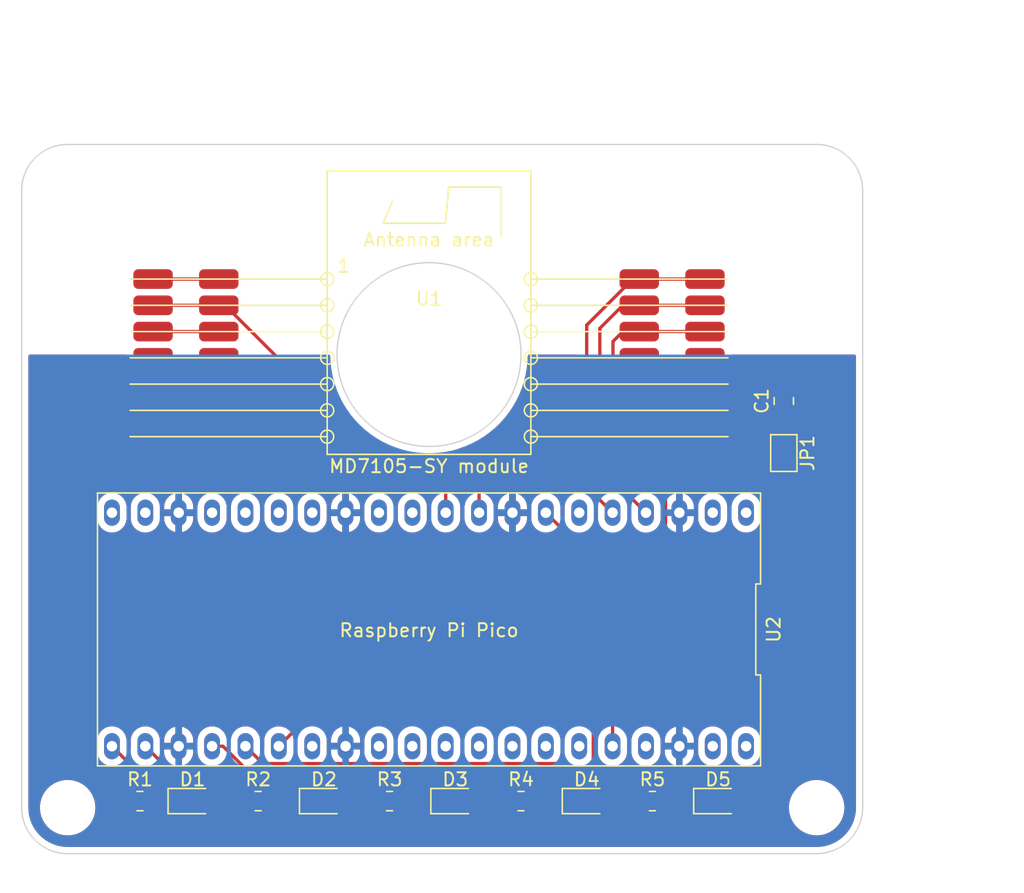
<source format=kicad_pcb>
(kicad_pcb (version 20211014) (generator pcbnew)
  (layers (0 "F.Cu" signal) (31 "B.Cu" signal) (34 "B.Paste" user) (35 "F.Paste" user) (36 "B.SilkS" user "B.Silkscreen") (37 "F.SilkS" user "F.Silkscreen") (38 "B.Mask" user) (39 "F.Mask" user) (44 "Edge.Cuts" user))
  (net 0 "")
  (net 1 "Net-(D1-Pad1)")
  (net 2 "/LED0")
  (net 3 "Net-(D2-Pad1)")
  (net 4 "/LED1")
  (net 5 "Net-(D3-Pad1)")
  (net 6 "/LED2")
  (net 7 "Net-(D4-Pad1)")
  (net 8 "/LED3")
  (net 9 "Net-(D5-Pad1)")
  (net 10 "/LED4")
  (net 11 "GND")
  (net 12 "unconnected-(U1-Pad1)")
  (net 13 "/GIO1")
  (net 14 "unconnected-(U1-Pad3)")
  (net 15 "/GIO2")
  (net 16 "unconnected-(U1-Pad5)")
  (net 17 "unconnected-(U1-Pad6)")
  (net 18 "unconnected-(U1-Pad8)")
  (net 19 "+3V3")
  (net 20 "unconnected-(U1-Pad11)")
  (net 21 "/SCS")
  (net 22 "/SCK")
  (net 23 "/SDIO")
  (net 46 "Net-(U1-Pad9)")
  (footprint "LED_SMD:LED_0805_2012Metric_Pad1.15x1.40mm_HandSolder" (layer "F.Cu") (at 195 99)
    (fp_text reference "D4" (at 0 -1.65) (layer "F.SilkS"))
    (fp_text value "LED")
    (fp_line (start -1.86 -0.96) (end -1.86 0.96) (layer "F.SilkS") (width 0.12))
    (fp_line (start -1.86 0.96) (end 1 0.96) (layer "F.SilkS") (width 0.12))
    (fp_line (start 1 -0.96) (end -1.86 -0.96) (layer "F.SilkS") (width 0.12))
    (pad "1" smd roundrect locked (at -1.025 0) (size 1.15 1.4) (layers "F.Cu" "F.Paste" "F.Mask") (roundrect_rratio 0.217391) (net 7 "Net-(D4-Pad1)"))
    (pad "2" smd roundrect locked (at 1.025 0) (size 1.15 1.4) (layers "F.Cu" "F.Paste" "F.Mask") (roundrect_rratio 0.217391) (net 8 "/LED3"))
  )
  (footprint "MountingHole:MountingHole_3.2mm_M3" (layer "F.Cu") (at 212.5 52.5)
    (fp_text reference "H3" hide)
    (fp_text value "MountingHole")
    (pad "" np_thru_hole circle locked (at 0 0) (size 3.2 3.2) (drill 3.2) (layers *.Cu *.Mask))
  )
  (footprint "Resistor_SMD:R_0805_2012Metric_Pad1.20x1.40mm_HandSolder" (layer "F.Cu") (at 161 99 180)
    (fp_text reference "R1" (at 0 1.65) (layer "F.SilkS"))
    (fp_text value "R")
    (fp_line (start -0.227064 0.735) (end 0.227064 0.735) (layer "F.SilkS") (width 0.12))
    (fp_line (start -0.227064 -0.735) (end 0.227064 -0.735) (layer "F.SilkS") (width 0.12))
    (pad "1" smd roundrect locked (at -1 0 180) (size 1.2 1.4) (layers "F.Cu" "F.Paste" "F.Mask") (roundrect_rratio 0.208333) (net 1 "Net-(D1-Pad1)"))
    (pad "2" smd roundrect locked (at 1 0 180) (size 1.2 1.4) (layers "F.Cu" "F.Paste" "F.Mask") (roundrect_rratio 0.208333) (net 11 "GND"))
  )
  (footprint "LED_SMD:LED_0805_2012Metric_Pad1.15x1.40mm_HandSolder" (layer "F.Cu") (at 175 99)
    (fp_text reference "D2" (at 0 -1.65) (layer "F.SilkS"))
    (fp_text value "LED")
    (fp_line (start 1 -0.96) (end -1.86 -0.96) (layer "F.SilkS") (width 0.12))
    (fp_line (start -1.86 0.96) (end 1 0.96) (layer "F.SilkS") (width 0.12))
    (fp_line (start -1.86 -0.96) (end -1.86 0.96) (layer "F.SilkS") (width 0.12))
    (pad "1" smd roundrect locked (at -1.025 0) (size 1.15 1.4) (layers "F.Cu" "F.Paste" "F.Mask") (roundrect_rratio 0.217391) (net 3 "Net-(D2-Pad1)"))
    (pad "2" smd roundrect locked (at 1.025 0) (size 1.15 1.4) (layers "F.Cu" "F.Paste" "F.Mask") (roundrect_rratio 0.217391) (net 4 "/LED1"))
  )
  (footprint "Jumper:SolderJumper-2_P1.3mm_Bridged_Pad1.0x1.5mm" (layer "F.Cu") (at 210 72.5 -90)
    (fp_text reference "JP1" (at 0 -1.8 90) (layer "F.SilkS"))
    (fp_text value "Jumper_2_Bridged")
    (fp_poly (pts (xy -0.25 -0.3) (xy 0.25 -0.3) (xy 0.25 0.3) (xy -0.25 0.3)) (layer "F.Cu") (width 0) (fill solid))
    (fp_line (start -1.4 -1) (end 1.4 -1) (layer "F.SilkS") (width 0.12))
    (fp_line (start -1.4 1) (end -1.4 -1) (layer "F.SilkS") (width 0.12))
    (fp_line (start 1.4 -1) (end 1.4 1) (layer "F.SilkS") (width 0.12))
    (fp_line (start 1.4 1) (end -1.4 1) (layer "F.SilkS") (width 0.12))
    (pad "1" smd rect locked (at -0.65 0 270) (size 1 1.5) (layers "F.Cu" "F.Mask") (net 46 "Net-(U1-Pad9)"))
    (pad "2" smd rect locked (at 0.65 0 270) (size 1 1.5) (layers "F.Cu" "F.Mask") (net 19 "+3V3"))
  )
  (footprint "LED_SMD:LED_0805_2012Metric_Pad1.15x1.40mm_HandSolder" (layer "F.Cu") (at 185 99)
    (fp_text reference "D3" (at 0 -1.65) (layer "F.SilkS"))
    (fp_text value "LED")
    (fp_line (start -1.86 0.96) (end 1 0.96) (layer "F.SilkS") (width 0.12))
    (fp_line (start -1.86 -0.96) (end -1.86 0.96) (layer "F.SilkS") (width 0.12))
    (fp_line (start 1 -0.96) (end -1.86 -0.96) (layer "F.SilkS") (width 0.12))
    (pad "1" smd roundrect locked (at -1.025 0) (size 1.15 1.4) (layers "F.Cu" "F.Paste" "F.Mask") (roundrect_rratio 0.217391) (net 5 "Net-(D3-Pad1)"))
    (pad "2" smd roundrect locked (at 1.025 0) (size 1.15 1.4) (layers "F.Cu" "F.Paste" "F.Mask") (roundrect_rratio 0.217391) (net 6 "/LED2"))
  )
  (footprint "Resistor_SMD:R_0805_2012Metric_Pad1.20x1.40mm_HandSolder" (layer "F.Cu") (at 200 99 180)
    (fp_text reference "R5" (at 0 1.65) (layer "F.SilkS"))
    (fp_text value "R")
    (fp_line (start -0.227064 0.735) (end 0.227064 0.735) (layer "F.SilkS") (width 0.12))
    (fp_line (start -0.227064 -0.735) (end 0.227064 -0.735) (layer "F.SilkS") (width 0.12))
    (pad "1" smd roundrect locked (at -1 0 180) (size 1.2 1.4) (layers "F.Cu" "F.Paste" "F.Mask") (roundrect_rratio 0.208333) (net 9 "Net-(D5-Pad1)"))
    (pad "2" smd roundrect locked (at 1 0 180) (size 1.2 1.4) (layers "F.Cu" "F.Paste" "F.Mask") (roundrect_rratio 0.208333) (net 11 "GND"))
  )
  (footprint "MountingHole:MountingHole_3.2mm_M3" (layer "F.Cu") (at 212.5 99.5)
    (fp_text reference "H4" hide)
    (fp_text value "MountingHole")
    (pad "" np_thru_hole circle locked (at 0 0) (size 3.2 3.2) (drill 3.2) (layers *.Cu *.Mask))
  )
  (footprint "MountingHole:MountingHole_3.2mm_M3" (layer "F.Cu") (at 155.5 52.5)
    (fp_text reference "H1" hide)
    (fp_text value "MountingHole")
    (pad "" np_thru_hole circle locked (at 0 0) (size 3.2 3.2) (drill 3.2) (layers *.Cu *.Mask))
  )
  (footprint "Capacitor_SMD:C_0805_2012Metric_Pad1.18x1.45mm_HandSolder" (layer "F.Cu") (at 210 68.5375 90)
    (fp_text reference "C1" (at 0 -1.68 90) (layer "F.SilkS"))
    (fp_text value "C")
    (fp_line (start -0.261252 0.735) (end 0.261252 0.735) (layer "F.SilkS") (width 0.12))
    (fp_line (start -0.261252 -0.735) (end 0.261252 -0.735) (layer "F.SilkS") (width 0.12))
    (pad "1" smd roundrect locked (at -1.0375 0 90) (size 1.175 1.45) (layers "F.Cu" "F.Paste" "F.Mask") (roundrect_rratio 0.212766) (net 46 "Net-(U1-Pad9)"))
    (pad "2" smd roundrect locked (at 1.0375 0 90) (size 1.175 1.45) (layers "F.Cu" "F.Paste" "F.Mask") (roundrect_rratio 0.212766) (net 11 "GND"))
  )
  (footprint "MountingHole:MountingHole_3.2mm_M3" (layer "F.Cu") (at 155.5 99.5)
    (fp_text reference "H2" hide)
    (fp_text value "MountingHole")
    (pad "" np_thru_hole circle locked (at 0 0) (size 3.2 3.2) (drill 3.2) (layers *.Cu *.Mask))
  )
  (footprint "Resistor_SMD:R_0805_2012Metric_Pad1.20x1.40mm_HandSolder" (layer "F.Cu") (at 180 99 180)
    (fp_text reference "R3" (at 0 1.65) (layer "F.SilkS"))
    (fp_text value "R")
    (fp_line (start -0.227064 0.735) (end 0.227064 0.735) (layer "F.SilkS") (width 0.12))
    (fp_line (start -0.227064 -0.735) (end 0.227064 -0.735) (layer "F.SilkS") (width 0.12))
    (pad "1" smd roundrect locked (at -1 0 180) (size 1.2 1.4) (layers "F.Cu" "F.Paste" "F.Mask") (roundrect_rratio 0.208333) (net 5 "Net-(D3-Pad1)"))
    (pad "2" smd roundrect locked (at 1 0 180) (size 1.2 1.4) (layers "F.Cu" "F.Paste" "F.Mask") (roundrect_rratio 0.208333) (net 11 "GND"))
  )
  (footprint "tester:MD7105-SY-TESTER" (layer "F.Cu") (at 183 62)
    (fp_text reference "U1" (at 0 -1.25 unlocked) (layer "F.SilkS"))
    (fp_text value "A7105-MODULE")
    (fp_text user "1" (at -6.5 -3.75 unlocked) (layer "F.SilkS"))
    (fp_text user "Antenna area" (at 0 -5.75 unlocked) (layer "F.SilkS"))
    (fp_line (start 5.5 -9.75) (end 1.5 -9.75) (layer "F.SilkS") (width 0.12))
    (fp_line (start 22.75 1.25) (end 7.75 1.25) (layer "F.SilkS") (width 0.12))
    (fp_line (start -7.75 9.25) (end -22.75 9.25) (layer "F.SilkS") (width 0.12))
    (fp_line (start 22.75 7.25) (end 7.75 7.25) (layer "F.SilkS") (width 0.12))
    (fp_line (start -7.75 1.25) (end -22.75 1.25) (layer "F.SilkS") (width 0.12))
    (fp_line (start 5.5 -6) (end 5.5 -9.75) (layer "F.SilkS") (width 0.12))
    (fp_line (start 22.75 -0.75) (end 7.75 -0.75) (layer "F.SilkS") (width 0.12))
    (fp_line (start -7.75 7.25) (end -22.75 7.25) (layer "F.SilkS") (width 0.12))
    (fp_line (start -7.75 3.25) (end -22.75 3.25) (layer "F.SilkS") (width 0.12))
    (fp_line (start -7.75 -0.75) (end -22.75 -0.75) (layer "F.SilkS") (width 0.12))
    (fp_line (start 22.75 -2.75) (end 7.75 -2.75) (layer "F.SilkS") (width 0.12))
    (fp_line (start 22.75 9.25) (end 7.75 9.25) (layer "F.SilkS") (width 0.12))
    (fp_line (start 1.5 -9.75) (end 1.25 -7) (layer "F.SilkS") (width 0.12))
    (fp_line (start 22.75 5.25) (end 7.75 5.25) (layer "F.SilkS") (width 0.12))
    (fp_line (start -7.75 5.25) (end -22.75 5.25) (layer "F.SilkS") (width 0.12))
    (fp_line (start -7.75 -2.75) (end -22.75 -2.75) (layer "F.SilkS") (width 0.12))
    (fp_line (start -3.5 -7) (end -2.75 -8.75) (layer "F.SilkS") (width 0.12))
    (fp_line (start 22.75 3.25) (end 7.75 3.25) (layer "F.SilkS") (width 0.12))
    (fp_line (start 1.25 -7) (end -3.5 -7) (layer "F.SilkS") (width 0.12))
    (fp_rect (start -7.75 10.6) (end 7.75 -11) (layer "F.SilkS") (width 0.12) (fill none))
    (fp_circle (center 7.75 -2.75) (end 7.75 -3.25) (layer "F.SilkS") (width 0.12) (fill none))
    (fp_circle (center -7.75 -2.75) (end -7.75 -3.25) (layer "F.SilkS") (width 0.12) (fill none))
    (fp_circle (center 7.75 1.25) (end 7.75 0.75) (layer "F.SilkS") (width 0.12) (fill none))
    (fp_circle (center -7.75 9.25) (end -7.75 8.75) (layer "F.SilkS") (width 0.12) (fill none))
    (fp_circle (center -7.75 1.25) (end -7.75 0.75) (layer "F.SilkS") (width 0.12) (fill none))
    (fp_circle (center -7.75 7.25) (end -7.75 6.75) (layer "F.SilkS") (width 0.12) (fill none))
    (fp_circle (center 7.75 7.25) (end 7.75 6.75) (layer "F.SilkS") (width 0.12) (fill none))
    (fp_circle (center 7.75 9.25) (end 7.75 8.75) (layer "F.SilkS") (width 0.12) (fill none))
    (fp_circle (center 7.75 3.25) (end 7.75 2.75) (layer "F.SilkS") (width 0.12) (fill none))
    (fp_circle (center -7.75 5.25) (end -7.75 4.75) (layer "F.SilkS") (width 0.12) (fill none))
    (fp_circle (center 7.75 -0.75) (end 7.75 -1.25) (layer "F.SilkS") (width 0.12) (fill none))
    (fp_circle (center -7.75 3.25) (end -7.75 2.75) (layer "F.SilkS") (width 0.12) (fill none))
    (fp_circle (center 7.75 5.25) (end 7.75 4.75) (layer "F.SilkS") (width 0.12) (fill none))
    (fp_circle (center -7.75 -0.75) (end -7.75 -1.25) (layer "F.SilkS") (width 0.12) (fill none))
    (pad "1" smd roundrect (at -21 -2.75) (size 3 1.5) (layers "F.Cu" "F.Paste" "F.Mask") (net 12 "unconnected-(U1-Pad1)"))
    (pad "1" smd roundrect (at -16 -2.75) (size 3 1.5) (layers "F.Cu" "F.Paste" "F.Mask") (net 12 "unconnected-(U1-Pad1)"))
    (pad "2" smd roundrect (at -16 -0.75) (size 3 1.5) (layers "F.Cu" "F.Paste" "F.Mask") (net 13 "/GIO1"))
    (pad "2" smd roundrect (at -21 -0.75) (size 3 1.5) (layers "F.Cu" "F.Paste" "F.Mask") (net 13 "/GIO1"))
    (pad "3" smd roundrect (at -16 1.25) (size 3 1.5) (layers "F.Cu" "F.Paste" "F.Mask") (net 14 "unconnected-(U1-Pad3)"))
    (pad "3" smd roundrect (at -21 1.25) (size 3 1.5) (layers "F.Cu" "F.Paste" "F.Mask") (net 14 "unconnected-(U1-Pad3)"))
    (pad "4" smd roundrect (at -21 3.25) (size 3 1.5) (layers "F.Cu" "F.Paste" "F.Mask") (net 15 "/GIO2"))
    (pad "4" smd roundrect (at -16 3.25) (size 3 1.5) (layers "F.Cu" "F.Paste" "F.Mask") (net 15 "/GIO2"))
    (pad "5" smd roundrect (at -21 5.25) (size 3 1.5) (layers "F.Cu" "F.Paste" "F.Mask") (net 16 "unconnected-(U1-Pad5)"))
    (pad "5" smd roundrect (at -16 5.25) (size 3 1.5) (layers "F.Cu" "F.Paste" "F.Mask") (net 16 "unconnected-(U1-Pad5)"))
    (pad "6" smd roundrect (at -21 7.25) (size 3 1.5) (layers "F.Cu" "F.Paste" "F.Mask") (net 17 "unconnected-(U1-Pad6)"))
    (pad "6" smd roundrect (at -16 7.25) (size 3 1.5) (layers "F.Cu" "F.Paste" "F.Mask") (net 17 "unconnected-(U1-Pad6)"))
    (pad "7" smd roundrect (at -21 9.25) (size 3 1.5) (layers "F.Cu" "F.Paste" "F.Mask") (net 11 "GND"))
    (pad "7" smd roundrect (at -16 9.25) (size 3 1.5) (layers "F.Cu" "F.Paste" "F.Mask") (net 11 "GND"))
    (pad "8" smd roundrect (at 16 9.25) (size 3 1.5) (layers "F.Cu" "F.Paste" "F.Mask") (net 18 "unconnected-(U1-Pad8)"))
    (pad "8" smd roundrect (at 21 9.25) (size 3 1.5) (layers "F.Cu" "F.Paste" "F.Mask") (net 18 "unconnected-(U1-Pad8)"))
    (pad "9" smd roundrect (at 21 7.25) (size 3 1.5) (layers "F.Cu" "F.Paste" "F.Mask") (net 46 "Net-(U1-Pad9)"))
    (pad "9" smd roundrect (at 16 7.25) (size 3 1.5) (layers "F.Cu" "F.Paste" "F.Mask") (net 46 "Net-(U1-Pad9)"))
    (pad "10" smd roundrect (at 16 5.25) (size 3 1.5) (layers "F.Cu" "F.Paste" "F.Mask") (net 11 "GND"))
    (pad "10" smd roundrect (at 21 5.25) (size 3 1.5) (layers "F.Cu" "F.Paste" "F.Mask") (net 11 "GND"))
    (pad "11" smd roundrect (at 21 3.25) (size 3 1.5) (layers "F.Cu" "F.Paste" "F.Mask") (net 20 "unconnected-(U1-Pad11)"))
    (pad "11" smd roundrect (at 16 3.25) (size 3 1.5) (layers "F.Cu" "F.Paste" "F.Mask") (net 20 "unconnected-(U1-Pad11)"))
    (pad "12" smd roundrect (at 16 1.25) (size 3 1.5) (layers "F.Cu" "F.Paste" "F.Mask") (net 21 "/SCS"))
    (pad "12" smd roundrect (at 21 1.25) (size 3 1.5) (layers "F.Cu" "F.Paste" "F.Mask") (net 21 "/SCS"))
    (pad "13" smd roundrect (at 21 -0.75) (size 3 1.5) (layers "F.Cu" "F.Paste" "F.Mask") (net 22 "/SCK"))
    (pad "13" smd roundrect (at 16 -0.75) (size 3 1.5) (layers "F.Cu" "F.Paste" "F.Mask") (net 22 "/SCK"))
    (pad "14" smd roundrect (at 16 -2.75) (size 3 1.5) (layers "F.Cu" "F.Paste" "F.Mask") (net 23 "/SDIO"))
    (pad "14" smd roundrect (at 21 -2.75) (size 3 1.5) (layers "F.Cu" "F.Paste" "F.Mask") (net 23 "/SDIO"))
  )
  (footprint "LED_SMD:LED_0805_2012Metric_Pad1.15x1.40mm_HandSolder" (layer "F.Cu") (at 165 99)
    (fp_text reference "D1" (at 0 -1.65) (layer "F.SilkS"))
    (fp_text value "LED")
    (fp_line (start -1.86 -0.96) (end -1.86 0.96) (layer "F.SilkS") (width 0.12))
    (fp_line (start 1 -0.96) (end -1.86 -0.96) (layer "F.SilkS") (width 0.12))
    (fp_line (start -1.86 0.96) (end 1 0.96) (layer "F.SilkS") (width 0.12))
    (pad "1" smd roundrect locked (at -1.025 0) (size 1.15 1.4) (layers "F.Cu" "F.Paste" "F.Mask") (roundrect_rratio 0.217391) (net 1 "Net-(D1-Pad1)"))
    (pad "2" smd roundrect locked (at 1.025 0) (size 1.15 1.4) (layers "F.Cu" "F.Paste" "F.Mask") (roundrect_rratio 0.217391) (net 2 "/LED0"))
  )
  (footprint "tester:PiPico" (layer "F.Cu") (at 183 85.93 180)
    (fp_text reference "U2" (at -26.23 0 90) (layer "F.SilkS"))
    (fp_text value "Pico")
    (fp_line (start -24.87 -3.463333) (end -24.87 3.463333) (layer "F.SilkS") (width 0.12))
    (fp_line (start 25.23 10.39) (end 25.23 -10.389999) (layer "F.SilkS") (width 0.12))
    (fp_line (start -24.87 3.463333) (end -25.23 3.463333) (layer "F.SilkS") (width 0.12))
    (fp_line (start -25.23 -3.463333) (end -24.87 -3.463333) (layer "F.SilkS") (width 0.12))
    (fp_line (start -25.23 3.463333) (end -25.23 10.389999) (layer "F.SilkS") (width 0.12))
    (fp_line (start -25.23 -10.39) (end -25.23 -3.463333) (layer "F.SilkS") (width 0.12))
    (fp_line (start 25.23 -10.389999) (end -25.23 -10.39) (layer "F.SilkS") (width 0.12))
    (fp_line (start -25.23 10.389999) (end 25.23 10.39) (layer "F.SilkS") (width 0.12))
    (pad "1" thru_hole oval (at -24.13 8.89 180) (size 1.2 2) (drill 0.8) (layers *.Cu *.Mask))
    (pad "2" thru_hole oval (at -21.59 8.89 180) (size 1.2 2) (drill 0.8) (layers *.Cu *.Mask))
    (pad "3" thru_hole oval (at -19.05 8.89 180) (size 1.2 2) (drill 0.8) (layers *.Cu *.Mask) (net 11 "GND"))
    (pad "4" thru_hole oval (at -16.51 8.89 180) (size 1.2 2) (drill 0.8) (layers *.Cu *.Mask) (net 22 "/SCK"))
    (pad "5" thru_hole oval (at -13.97 8.89 180) (size 1.2 2) (drill 0.8) (layers *.Cu *.Mask) (net 23 "/SDIO"))
    (pad "6" thru_hole oval (at -11.43 8.89 180) (size 1.2 2) (drill 0.8) (layers *.Cu *.Mask))
    (pad "7" thru_hole oval (at -8.89 8.89 180) (size 1.2 2) (drill 0.8) (layers *.Cu *.Mask) (net 21 "/SCS"))
    (pad "8" thru_hole oval (at -6.35 8.89 180) (size 1.2 2) (drill 0.8) (layers *.Cu *.Mask) (net 11 "GND"))
    (pad "9" thru_hole oval (at -3.81 8.89 180) (size 1.2 2) (drill 0.8) (layers *.Cu *.Mask) (net 13 "/GIO1"))
    (pad "10" thru_hole oval (at -1.27 8.89 180) (size 1.2 2) (drill 0.8) (layers *.Cu *.Mask) (net 15 "/GIO2"))
    (pad "11" thru_hole oval (at 1.27 8.89 180) (size 1.2 2) (drill 0.8) (layers *.Cu *.Mask))
    (pad "12" thru_hole oval (at 3.81 8.89 180) (size 1.2 2) (drill 0.8) (layers *.Cu *.Mask))
    (pad "13" thru_hole oval (at 6.35 8.89 180) (size 1.2 2) (drill 0.8) (layers *.Cu *.Mask) (net 11 "GND"))
    (pad "14" thru_hole oval (at 8.89 8.89 180) (size 1.2 2) (drill 0.8) (layers *.Cu *.Mask))
    (pad "15" thru_hole oval (at 11.43 8.89 180) (size 1.2 2) (drill 0.8) (layers *.Cu *.Mask))
    (pad "16" thru_hole oval (at 13.97 8.89 180) (size 1.2 2) (drill 0.8) (layers *.Cu *.Mask))
    (pad "17" thru_hole oval (at 16.51 8.89 180) (size 1.2 2) (drill 0.8) (layers *.Cu *.Mask))
    (pad "18" thru_hole oval (at 19.05 8.89 180) (size 1.2 2) (drill 0.8) (layers *.Cu *.Mask) (net 11 "GND"))
    (pad "19" thru_hole oval (at 21.59 8.89 180) (size 1.2 2) (drill 0.8) (layers *.Cu *.Mask))
    (pad "20" thru_hole oval (at 24.13 8.89 180) (size 1.2 2) (drill 0.8) (layers *.Cu *.Mask))
    (pad "21" thru_hole oval (at 24.13 -8.89 180) (size 1.2 2) (drill 0.8) (layers *.Cu *.Mask) (net 2 "/LED0"))
    (pad "22" thru_hole oval (at 21.59 -8.89 180) (size 1.2 2) (drill 0.8) (layers *.Cu *.Mask) (net 4 "/LED1"))
    (pad "23" thru_hole oval (at 19.05 -8.89 180) (size 1.2 2) (drill 0.8) (layers *.Cu *.Mask) (net 11 "GND"))
    (pad "24" thru_hole oval (at 16.51 -8.89 180) (size 1.2 2) (drill 0.8) (layers *.Cu *.Mask) (net 6 "/LED2"))
    (pad "25" thru_hole oval (at 13.97 -8.89 180) (size 1.2 2) (drill 0.8) (layers *.Cu *.Mask) (net 8 "/LED3"))
    (pad "26" thru_hole oval (at 11.43 -8.89 180) (size 1.2 2) (drill 0.8) (layers *.Cu *.Mask) (net 10 "/LED4"))
    (pad "27" thru_hole oval (at 8.89 -8.89 180) (size 1.2 2) (drill 0.8) (layers *.Cu *.Mask))
    (pad "28" thru_hole oval (at 6.35 -8.89 180) (size 1.2 2) (drill 0.8) (layers *.Cu *.Mask) (net 11 "GND"))
    (pad "29" thru_hole oval (at 3.81 -8.89 180) (size 1.2 2) (drill 0.8) (layers *.Cu *.Mask))
    (pad "30" thru_hole oval (at 1.27 -8.89 180) (size 1.2 2) (drill 0.8) (layers *.Cu *.Mask))
    (pad "31" thru_hole oval (at -1.27 -8.89 180) (size 1.2 2) (drill 0.8) (layers *.Cu *.Mask))
    (pad "32" thru_hole oval (at -3.81 -8.89 180) (size 1.2 2) (drill 0.8) (layers *.Cu *.Mask))
    (pad "33" thru_hole oval (at -6.35 -8.89 180) (size 1.2 2) (drill 0.8) (layers *.Cu *.Mask))
    (pad "34" thru_hole oval (at -8.89 -8.89 180) (size 1.2 2) (drill 0.8) (layers *.Cu *.Mask))
    (pad "35" thru_hole oval (at -11.43 -8.89 180) (size 1.2 2) (drill 0.8) (layers *.Cu *.Mask))
    (pad "36" thru_hole oval (at -13.97 -8.89 180) (size 1.2 2) (drill 0.8) (layers *.Cu *.Mask) (net 19 "+3V3"))
    (pad "37" thru_hole oval (at -16.51 -8.89 180) (size 1.2 2) (drill 0.8) (layers *.Cu *.Mask))
    (pad "38" thru_hole oval (at -19.05 -8.89 180) (size 1.2 2) (drill 0.8) (layers *.Cu *.Mask) (net 11 "GND"))
    (pad "39" thru_hole oval (at -21.59 -8.89 180) (size 1.2 2) (drill 0.8) (layers *.Cu *.Mask))
    (pad "40" thru_hole oval (at -24.13 -8.89 180) (size 1.2 2) (drill 0.8) (layers *.Cu *.Mask))
  )
  (footprint "Resistor_SMD:R_0805_2012Metric_Pad1.20x1.40mm_HandSolder" (layer "F.Cu") (at 190 99 180)
    (fp_text reference "R4" (at 0 1.65) (layer "F.SilkS"))
    (fp_text value "R")
    (fp_line (start -0.227064 -0.735) (end 0.227064 -0.735) (layer "F.SilkS") (width 0.12))
    (fp_line (start -0.227064 0.735) (end 0.227064 0.735) (layer "F.SilkS") (width 0.12))
    (pad "1" smd roundrect locked (at -1 0 180) (size 1.2 1.4) (layers "F.Cu" "F.Paste" "F.Mask") (roundrect_rratio 0.208333) (net 7 "Net-(D4-Pad1)"))
    (pad "2" smd roundrect locked (at 1 0 180) (size 1.2 1.4) (layers "F.Cu" "F.Paste" "F.Mask") (roundrect_rratio 0.208333) (net 11 "GND"))
  )
  (footprint "Resistor_SMD:R_0805_2012Metric_Pad1.20x1.40mm_HandSolder" (layer "F.Cu") (at 170 99 180)
    (fp_text reference "R2" (at 0 1.65) (layer "F.SilkS"))
    (fp_text value "R")
    (fp_line (start -0.227064 0.735) (end 0.227064 0.735) (layer "F.SilkS") (width 0.12))
    (fp_line (start -0.227064 -0.735) (end 0.227064 -0.735) (layer "F.SilkS") (width 0.12))
    (pad "1" smd roundrect locked (at -1 0 180) (size 1.2 1.4) (layers "F.Cu" "F.Paste" "F.Mask") (roundrect_rratio 0.208333) (net 3 "Net-(D2-Pad1)"))
    (pad "2" smd roundrect locked (at 1 0 180) (size 1.2 1.4) (layers "F.Cu" "F.Paste" "F.Mask") (roundrect_rratio 0.208333) (net 11 "GND"))
  )
  (footprint "LED_SMD:LED_0805_2012Metric_Pad1.15x1.40mm_HandSolder" (layer "F.Cu") (at 205 99)
    (fp_text reference "D5" (at 0 -1.65) (layer "F.SilkS"))
    (fp_text value "LED")
    (fp_line (start -1.86 -0.96) (end -1.86 0.96) (layer "F.SilkS") (width 0.12))
    (fp_line (start 1 -0.96) (end -1.86 -0.96) (layer "F.SilkS") (width 0.12))
    (fp_line (start -1.86 0.96) (end 1 0.96) (layer "F.SilkS") (width 0.12))
    (pad "1" smd roundrect locked (at -1.025 0) (size 1.15 1.4) (layers "F.Cu" "F.Paste" "F.Mask") (roundrect_rratio 0.217391) (net 9 "Net-(D5-Pad1)"))
    (pad "2" smd roundrect locked (at 1.025 0) (size 1.15 1.4) (layers "F.Cu" "F.Paste" "F.Mask") (roundrect_rratio 0.217391) (net 10 "/LED4"))
  )
  (gr_arc (start 152 52.5) (mid 153.025126 50.025126) (end 155.5 49) (layer "Edge.Cuts") (width 0.1))
  (gr_line (start 152 99.5) (end 152 52.5) (layer "Edge.Cuts") (width 0.1))
  (gr_circle (center 183 65) (end 183 58) (layer "Edge.Cuts") (width 0.1) (fill none))
  (gr_line (start 216 52.5) (end 216 99.5) (layer "Edge.Cuts") (width 0.1))
  (gr_line (start 155.5 49) (end 212.5 49) (layer "Edge.Cuts") (width 0.1))
  (gr_arc (start 155.5 103) (mid 153.025126 101.974874) (end 152 99.5) (layer "Edge.Cuts") (width 0.1))
  (gr_arc (start 212.5 49) (mid 214.974874 50.025126) (end 216 52.5) (layer "Edge.Cuts") (width 0.1))
  (gr_line (start 212.5 103) (end 155.5 103) (layer "Edge.Cuts") (width 0.1))
  (gr_arc (start 216 99.5) (mid 214.974874 101.974874) (end 212.5 103) (layer "Edge.Cuts") (width 0.1))
  (gr_text "MD7105-SY module" (at 183 73.5) (layer "F.SilkS") (effects (font (size 1 1))))
  (gr_text "Raspberry Pi Pico" (at 183 86) (layer "F.SilkS") (effects (font (size 1 1))))
  (segment (start 162 99) (end 163.975 99) (width 0.25) (layer "F.Cu") (net 1))
  (segment (start 164.025 97) (end 166.025 99) (width 0.25) (layer "F.Cu") (net 2))
  (segment (start 158.87 94.82) (end 161.05 97) (width 0.25) (layer "F.Cu") (net 2))
  (segment (start 161.05 97) (end 164.025 97) (width 0.25) (layer "F.Cu") (net 2))
  (segment (start 171 99) (end 173.975 99) (width 0.25) (layer "F.Cu") (net 3))
  (segment (start 164.211198 96.55048) (end 165.160718 97.5) (width 0.25) (layer "F.Cu") (net 4))
  (segment (start 174.525 97.5) (end 176.025 99) (width 0.25) (layer "F.Cu") (net 4))
  (segment (start 163.14048 96.55048) (end 164.211198 96.55048) (width 0.25) (layer "F.Cu") (net 4))
  (segment (start 165.160718 97.5) (end 174.525 97.5) (width 0.25) (layer "F.Cu") (net 4))
  (segment (start 161.41 94.82) (end 163.14048 96.55048) (width 0.25) (layer "F.Cu") (net 4))
  (segment (start 181 99) (end 183.975 99) (width 0.25) (layer "F.Cu") (net 5))
  (segment (start 167.32 94.82) (end 169.5 97) (width 0.25) (layer "F.Cu") (net 6))
  (segment (start 169.5 97) (end 184.025 97) (width 0.25) (layer "F.Cu") (net 6))
  (segment (start 184.025 97) (end 186.025 99) (width 0.25) (layer "F.Cu") (net 6))
  (segment (start 166.49 94.82) (end 167.32 94.82) (width 0.25) (layer "F.Cu") (net 6))
  (segment (start 193.975 99) (end 191 99) (width 0.25) (layer "F.Cu") (net 7))
  (segment (start 169.03 94.82) (end 170.35452 96.14452) (width 0.25) (layer "F.Cu") (net 8))
  (segment (start 193.16952 96.14452) (end 196.025 99) (width 0.25) (layer "F.Cu") (net 8))
  (segment (start 170.35452 96.14452) (end 193.16952 96.14452) (width 0.25) (layer "F.Cu") (net 8))
  (segment (start 203.975 99) (end 201 99) (width 0.25) (layer "F.Cu") (net 9))
  (segment (start 204.025 97) (end 206.025 99) (width 0.25) (layer "F.Cu") (net 10))
  (segment (start 195.5 96) (end 196.5 97) (width 0.25) (layer "F.Cu") (net 10))
  (segment (start 196.5 97) (end 204.025 97) (width 0.25) (layer "F.Cu") (net 10))
  (segment (start 195.008428 93) (end 195.5 93.491572) (width 0.25) (layer "F.Cu") (net 10))
  (segment (start 173.39 93) (end 195.008428 93) (width 0.25) (layer "F.Cu") (net 10))
  (segment (start 195.5 93.491572) (end 195.5 96) (width 0.25) (layer "F.Cu") (net 10))
  (segment (start 171.57 94.82) (end 173.39 93) (width 0.25) (layer "F.Cu") (net 10))
  (segment (start 162 71.25) (end 167 71.25) (width 0.25) (layer "F.Cu") (net 11))
  (segment (start 199 67.25) (end 204 67.25) (width 0.25) (layer "F.Cu") (net 11))
  (segment (start 167 59.25) (end 162 59.25) (width 0.25) (layer "F.Cu") (net 12))
  (segment (start 186.81 74.81) (end 186.81 77.04) (width 0.25) (layer "F.Cu") (net 13))
  (segment (start 167 61.25) (end 167.48927 61.25) (width 0.25) (layer "F.Cu") (net 13))
  (segment (start 167.48927 61.25) (end 179.23927 73) (width 0.25) (layer "F.Cu") (net 13))
  (segment (start 185 73) (end 186.81 74.81) (width 0.25) (layer "F.Cu") (net 13))
  (segment (start 179.23927 73) (end 185 73) (width 0.25) (layer "F.Cu") (net 13))
  (segment (start 162 61.25) (end 167 61.25) (width 0.25) (layer "F.Cu") (net 13))
  (segment (start 167 63.25) (end 162 63.25) (width 0.25) (layer "F.Cu") (net 14))
  (segment (start 184.27 75.27) (end 184.27 77.04) (width 0.25) (layer "F.Cu") (net 15))
  (segment (start 167.48927 65.25) (end 176.23927 74) (width 0.25) (layer "F.Cu") (net 15))
  (segment (start 183 74) (end 184.27 75.27) (width 0.25) (layer "F.Cu") (net 15))
  (segment (start 167 65.25) (end 167.48927 65.25) (width 0.25) (layer "F.Cu") (net 15))
  (segment (start 162 65.25) (end 167 65.25) (width 0.25) (layer "F.Cu") (net 15))
  (segment (start 176.23927 74) (end 183 74) (width 0.25) (layer "F.Cu") (net 15))
  (segment (start 162 67.25) (end 167 67.25) (width 0.25) (layer "F.Cu") (net 16))
  (segment (start 167 69.25) (end 162 69.25) (width 0.25) (layer "F.Cu") (net 17))
  (segment (start 204 71.25) (end 199 71.25) (width 0.25) (layer "F.Cu") (net 18))
  (segment (start 210 73.15) (end 210 85) (width 0.25) (layer "F.Cu") (net 19))
  (segment (start 199 91) (end 196.97 93.03) (width 0.25) (layer "F.Cu") (net 19))
  (segment (start 204 91) (end 199 91) (width 0.25) (layer "F.Cu") (net 19))
  (segment (start 196.97 93.03) (end 196.97 94.82) (width 0.25) (layer "F.Cu") (net 19))
  (segment (start 210 85) (end 204 91) (width 0.25) (layer "F.Cu") (net 19))
  (segment (start 204 65.25) (end 199 65.25) (width 0.25) (layer "F.Cu") (net 20))
  (segment (start 201 76) (end 201 78.128734) (width 0.25) (layer "F.Cu") (net 21))
  (segment (start 200.128734 79) (end 193.85 79) (width 0.25) (layer "F.Cu") (net 21))
  (segment (start 199 63.25) (end 197.75 63.25) (width 0.25) (layer "F.Cu") (net 21))
  (segment (start 197.75 63.25) (end 197 64) (width 0.25) (layer "F.Cu") (net 21))
  (segment (start 197 72) (end 201 76) (width 0.25) (layer "F.Cu") (net 21))
  (segment (start 193.85 79) (end 191.89 77.04) (width 0.25) (layer "F.Cu") (net 21))
  (segment (start 201 78.128734) (end 200.128734 79) (width 0.25) (layer "F.Cu") (net 21))
  (segment (start 199 63.25) (end 204 63.25) (width 0.25) (layer "F.Cu") (net 21))
  (segment (start 197 64) (end 197 72) (width 0.25) (layer "F.Cu") (net 21))
  (segment (start 196 63) (end 197.75 61.25) (width 0.25) (layer "F.Cu") (net 22))
  (segment (start 199 61.25) (end 204 61.25) (width 0.25) (layer "F.Cu") (net 22))
  (segment (start 197.75 61.25) (end 199 61.25) (width 0.25) (layer "F.Cu") (net 22))
  (segment (start 196 73.53) (end 196 63) (width 0.25) (layer "F.Cu") (net 22))
  (segment (start 199.51 77.04) (end 196 73.53) (width 0.25) (layer "F.Cu") (net 22))
  (segment (start 195 75.07) (end 195 62.76073) (width 0.25) (layer "F.Cu") (net 23))
  (segment (start 195 62.76073) (end 198.51073 59.25) (width 0.25) (layer "F.Cu") (net 23))
  (segment (start 199 59.25) (end 204 59.25) (width 0.25) (layer "F.Cu") (net 23))
  (segment (start 196.97 77.04) (end 195 75.07) (width 0.25) (layer "F.Cu") (net 23))
  (segment (start 198.51073 59.25) (end 199 59.25) (width 0.25) (layer "F.Cu") (net 23))
  (segment (start 209.675 69.25) (end 210 69.575) (width 0.25) (layer "F.Cu") (net 46))
  (segment (start 210 69.575) (end 210 71.85) (width 0.25) (layer "F.Cu") (net 46))
  (segment (start 204 69.25) (end 209.675 69.25) (width 0.25) (layer "F.Cu") (net 46))
  (segment (start 199 69.25) (end 204 69.25) (width 0.25) (layer "F.Cu") (net 46))
  (zone (net 11) (net_name "GND") (layers F&B.Cu) (connect_pads (clearance 0.508)) (min_thickness 0.254) (fill yes (thermal_gap 0.508) (thermal_bridge_width 0.508))
    (polygon (pts (xy 218 106) (xy 151 106) (xy 151 65) (xy 218 65)))
  )
)
</source>
